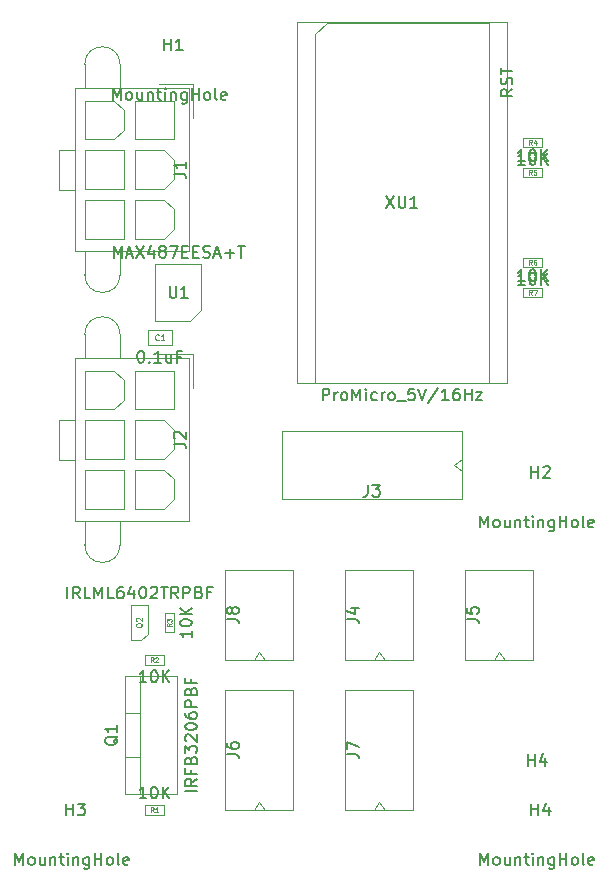
<source format=gbr>
G04 #@! TF.GenerationSoftware,KiCad,Pcbnew,(5.1.9)-1*
G04 #@! TF.CreationDate,2022-08-11T08:00:21-06:00*
G04 #@! TF.ProjectId,ddi_ampcd_controller,6464695f-616d-4706-9364-5f636f6e7472,1*
G04 #@! TF.SameCoordinates,Original*
G04 #@! TF.FileFunction,Other,Fab,Top*
%FSLAX46Y46*%
G04 Gerber Fmt 4.6, Leading zero omitted, Abs format (unit mm)*
G04 Created by KiCad (PCBNEW (5.1.9)-1) date 2022-08-11 08:00:21*
%MOMM*%
%LPD*%
G01*
G04 APERTURE LIST*
%ADD10C,0.100000*%
%ADD11C,0.150000*%
%ADD12C,0.080000*%
%ADD13C,0.060000*%
%ADD14C,0.075000*%
G04 APERTURE END LIST*
D10*
X170815000Y-55185000D02*
X153035000Y-55185000D01*
X170815000Y-85785000D02*
X170815000Y-55185000D01*
X153035000Y-85785000D02*
X170815000Y-85785000D01*
X153035000Y-55185000D02*
X153035000Y-85785000D01*
X154560000Y-56245000D02*
X155560000Y-55245000D01*
X154560000Y-85725000D02*
X154560000Y-56245000D01*
X169290000Y-85725000D02*
X154560000Y-85725000D01*
X169290000Y-55245000D02*
X169290000Y-85725000D01*
X155560000Y-55245000D02*
X169290000Y-55245000D01*
X144952000Y-79580000D02*
X143977000Y-80555000D01*
X144952000Y-75655000D02*
X144952000Y-79580000D01*
X141052000Y-75655000D02*
X144952000Y-75655000D01*
X141052000Y-80555000D02*
X141052000Y-75655000D01*
X143977000Y-80555000D02*
X141052000Y-80555000D01*
X144205000Y-83310000D02*
X141355000Y-83310000D01*
X144205000Y-86160000D02*
X144205000Y-83310000D01*
X139305000Y-96410000D02*
X139305000Y-93110000D01*
X141780000Y-96410000D02*
X139305000Y-96410000D01*
X142605000Y-95585000D02*
X141780000Y-96410000D01*
X142605000Y-93935000D02*
X142605000Y-95585000D01*
X141780000Y-93110000D02*
X142605000Y-93935000D01*
X139305000Y-93110000D02*
X141780000Y-93110000D01*
X138405000Y-96410000D02*
X138405000Y-93110000D01*
X135105000Y-96410000D02*
X138405000Y-96410000D01*
X135105000Y-93110000D02*
X135105000Y-96410000D01*
X138405000Y-93110000D02*
X135105000Y-93110000D01*
X139305000Y-92210000D02*
X139305000Y-88910000D01*
X141780000Y-92210000D02*
X139305000Y-92210000D01*
X142605000Y-91385000D02*
X141780000Y-92210000D01*
X142605000Y-89735000D02*
X142605000Y-91385000D01*
X141780000Y-88910000D02*
X142605000Y-89735000D01*
X139305000Y-88910000D02*
X141780000Y-88910000D01*
X138405000Y-92210000D02*
X138405000Y-88910000D01*
X135105000Y-92210000D02*
X138405000Y-92210000D01*
X135105000Y-88910000D02*
X135105000Y-92210000D01*
X138405000Y-88910000D02*
X135105000Y-88910000D01*
X135105000Y-88010000D02*
X135105000Y-84710000D01*
X137580000Y-88010000D02*
X135105000Y-88010000D01*
X138405000Y-87185000D02*
X137580000Y-88010000D01*
X138405000Y-85535000D02*
X138405000Y-87185000D01*
X137580000Y-84710000D02*
X138405000Y-85535000D01*
X135105000Y-84710000D02*
X137580000Y-84710000D01*
X142605000Y-88010000D02*
X142605000Y-84710000D01*
X139305000Y-88010000D02*
X142605000Y-88010000D01*
X139305000Y-84710000D02*
X139305000Y-88010000D01*
X142605000Y-84710000D02*
X139305000Y-84710000D01*
X132855000Y-92260000D02*
X134255000Y-92260000D01*
X132855000Y-88860000D02*
X132855000Y-92260000D01*
X134255000Y-88860000D02*
X132855000Y-88860000D01*
X143855000Y-97460000D02*
X143855000Y-83660000D01*
X134255000Y-97460000D02*
X143855000Y-97460000D01*
X134255000Y-83660000D02*
X134255000Y-97460000D01*
X143855000Y-83660000D02*
X134255000Y-83660000D01*
X135065000Y-99460000D02*
X135065000Y-97460000D01*
X138065000Y-99460000D02*
X138065000Y-97460000D01*
X135065000Y-81660000D02*
X135065000Y-83660000D01*
X138065000Y-81660000D02*
X138065000Y-83660000D01*
X135065000Y-99460000D02*
G75*
G03*
X138065000Y-99460000I1500000J0D01*
G01*
X138065000Y-81660000D02*
G75*
G03*
X135065000Y-81660000I-1500000J0D01*
G01*
X144205000Y-60450000D02*
X141355000Y-60450000D01*
X144205000Y-63300000D02*
X144205000Y-60450000D01*
X139305000Y-73550000D02*
X139305000Y-70250000D01*
X141780000Y-73550000D02*
X139305000Y-73550000D01*
X142605000Y-72725000D02*
X141780000Y-73550000D01*
X142605000Y-71075000D02*
X142605000Y-72725000D01*
X141780000Y-70250000D02*
X142605000Y-71075000D01*
X139305000Y-70250000D02*
X141780000Y-70250000D01*
X138405000Y-73550000D02*
X138405000Y-70250000D01*
X135105000Y-73550000D02*
X138405000Y-73550000D01*
X135105000Y-70250000D02*
X135105000Y-73550000D01*
X138405000Y-70250000D02*
X135105000Y-70250000D01*
X139305000Y-69350000D02*
X139305000Y-66050000D01*
X141780000Y-69350000D02*
X139305000Y-69350000D01*
X142605000Y-68525000D02*
X141780000Y-69350000D01*
X142605000Y-66875000D02*
X142605000Y-68525000D01*
X141780000Y-66050000D02*
X142605000Y-66875000D01*
X139305000Y-66050000D02*
X141780000Y-66050000D01*
X138405000Y-69350000D02*
X138405000Y-66050000D01*
X135105000Y-69350000D02*
X138405000Y-69350000D01*
X135105000Y-66050000D02*
X135105000Y-69350000D01*
X138405000Y-66050000D02*
X135105000Y-66050000D01*
X135105000Y-65150000D02*
X135105000Y-61850000D01*
X137580000Y-65150000D02*
X135105000Y-65150000D01*
X138405000Y-64325000D02*
X137580000Y-65150000D01*
X138405000Y-62675000D02*
X138405000Y-64325000D01*
X137580000Y-61850000D02*
X138405000Y-62675000D01*
X135105000Y-61850000D02*
X137580000Y-61850000D01*
X142605000Y-65150000D02*
X142605000Y-61850000D01*
X139305000Y-65150000D02*
X142605000Y-65150000D01*
X139305000Y-61850000D02*
X139305000Y-65150000D01*
X142605000Y-61850000D02*
X139305000Y-61850000D01*
X132855000Y-69400000D02*
X134255000Y-69400000D01*
X132855000Y-66000000D02*
X132855000Y-69400000D01*
X134255000Y-66000000D02*
X132855000Y-66000000D01*
X143855000Y-74600000D02*
X143855000Y-60800000D01*
X134255000Y-74600000D02*
X143855000Y-74600000D01*
X134255000Y-60800000D02*
X134255000Y-74600000D01*
X143855000Y-60800000D02*
X134255000Y-60800000D01*
X135065000Y-76600000D02*
X135065000Y-74600000D01*
X138065000Y-76600000D02*
X138065000Y-74600000D01*
X135065000Y-58800000D02*
X135065000Y-60800000D01*
X138065000Y-58800000D02*
X138065000Y-60800000D01*
X135065000Y-76600000D02*
G75*
G03*
X138065000Y-76600000I1500000J0D01*
G01*
X138065000Y-58800000D02*
G75*
G03*
X135065000Y-58800000I-1500000J0D01*
G01*
X142417000Y-82540000D02*
X140417000Y-82540000D01*
X142417000Y-81290000D02*
X142417000Y-82540000D01*
X140417000Y-81290000D02*
X142417000Y-81290000D01*
X140417000Y-82540000D02*
X140417000Y-81290000D01*
X146940000Y-109220000D02*
X152740000Y-109220000D01*
X152740000Y-109220000D02*
X152740000Y-101600000D01*
X152740000Y-101600000D02*
X146940000Y-101600000D01*
X146940000Y-101600000D02*
X146940000Y-109220000D01*
X149360000Y-109220000D02*
X149860000Y-108512893D01*
X149860000Y-108512893D02*
X150360000Y-109220000D01*
X157100000Y-121920000D02*
X162900000Y-121920000D01*
X162900000Y-121920000D02*
X162900000Y-111760000D01*
X162900000Y-111760000D02*
X157100000Y-111760000D01*
X157100000Y-111760000D02*
X157100000Y-121920000D01*
X159520000Y-121920000D02*
X160020000Y-121212893D01*
X160020000Y-121212893D02*
X160520000Y-121920000D01*
X146940000Y-121920000D02*
X152740000Y-121920000D01*
X152740000Y-121920000D02*
X152740000Y-111760000D01*
X152740000Y-111760000D02*
X146940000Y-111760000D01*
X146940000Y-111760000D02*
X146940000Y-121920000D01*
X149360000Y-121920000D02*
X149860000Y-121212893D01*
X149860000Y-121212893D02*
X150360000Y-121920000D01*
X138455000Y-120570000D02*
X142855000Y-120570000D01*
X142855000Y-120570000D02*
X142855000Y-110570000D01*
X142855000Y-110570000D02*
X138455000Y-110570000D01*
X138455000Y-110570000D02*
X138455000Y-120570000D01*
X139725000Y-120570000D02*
X139725000Y-110570000D01*
X138455000Y-117420000D02*
X139725000Y-117420000D01*
X138455000Y-113720000D02*
X139725000Y-113720000D01*
X172197500Y-67532500D02*
X173797500Y-67532500D01*
X172197500Y-68357500D02*
X172197500Y-67532500D01*
X173797500Y-68357500D02*
X172197500Y-68357500D01*
X173797500Y-67532500D02*
X173797500Y-68357500D01*
X142652500Y-106845000D02*
X141827500Y-106845000D01*
X141827500Y-106845000D02*
X141827500Y-105245000D01*
X141827500Y-105245000D02*
X142652500Y-105245000D01*
X142652500Y-105245000D02*
X142652500Y-106845000D01*
X140170000Y-109632500D02*
X140170000Y-108807500D01*
X140170000Y-108807500D02*
X141770000Y-108807500D01*
X141770000Y-108807500D02*
X141770000Y-109632500D01*
X141770000Y-109632500D02*
X140170000Y-109632500D01*
X141770000Y-121507500D02*
X141770000Y-122332500D01*
X141770000Y-122332500D02*
X140170000Y-122332500D01*
X140170000Y-122332500D02*
X140170000Y-121507500D01*
X140170000Y-121507500D02*
X141770000Y-121507500D01*
X140400000Y-106995000D02*
X140400000Y-104545000D01*
X139850000Y-107565000D02*
X139000000Y-107565000D01*
X140400000Y-106995000D02*
X139850000Y-107565000D01*
X139000000Y-107565000D02*
X139000000Y-104525000D01*
X140400000Y-104525000D02*
X139000000Y-104525000D01*
X172197500Y-77692500D02*
X173797500Y-77692500D01*
X172197500Y-78517500D02*
X172197500Y-77692500D01*
X173797500Y-78517500D02*
X172197500Y-78517500D01*
X173797500Y-77692500D02*
X173797500Y-78517500D01*
X173797500Y-75977500D02*
X172197500Y-75977500D01*
X173797500Y-75152500D02*
X173797500Y-75977500D01*
X172197500Y-75152500D02*
X173797500Y-75152500D01*
X172197500Y-75977500D02*
X172197500Y-75152500D01*
X173797500Y-65817500D02*
X172197500Y-65817500D01*
X173797500Y-64992500D02*
X173797500Y-65817500D01*
X172197500Y-64992500D02*
X173797500Y-64992500D01*
X172197500Y-65817500D02*
X172197500Y-64992500D01*
X170180000Y-108512893D02*
X170680000Y-109220000D01*
X169680000Y-109220000D02*
X170180000Y-108512893D01*
X167260000Y-101600000D02*
X167260000Y-109220000D01*
X173060000Y-101600000D02*
X167260000Y-101600000D01*
X173060000Y-109220000D02*
X173060000Y-101600000D01*
X167260000Y-109220000D02*
X173060000Y-109220000D01*
X160020000Y-108512893D02*
X160520000Y-109220000D01*
X159520000Y-109220000D02*
X160020000Y-108512893D01*
X157100000Y-101600000D02*
X157100000Y-109220000D01*
X162900000Y-101600000D02*
X157100000Y-101600000D01*
X162900000Y-109220000D02*
X162900000Y-101600000D01*
X157100000Y-109220000D02*
X162900000Y-109220000D01*
X166297893Y-92710000D02*
X167005000Y-92210000D01*
X167005000Y-93210000D02*
X166297893Y-92710000D01*
X151765000Y-95630000D02*
X167005000Y-95630000D01*
X151765000Y-89830000D02*
X151765000Y-95630000D01*
X167005000Y-89830000D02*
X151765000Y-89830000D01*
X167005000Y-95630000D02*
X167005000Y-89830000D01*
D11*
X172593095Y-118172380D02*
X172593095Y-117172380D01*
X172593095Y-117648571D02*
X173164523Y-117648571D01*
X173164523Y-118172380D02*
X173164523Y-117172380D01*
X174069285Y-117505714D02*
X174069285Y-118172380D01*
X173831190Y-117124761D02*
X173593095Y-117839047D01*
X174212142Y-117839047D01*
X168569285Y-126572380D02*
X168569285Y-125572380D01*
X168902619Y-126286666D01*
X169235952Y-125572380D01*
X169235952Y-126572380D01*
X169855000Y-126572380D02*
X169759761Y-126524761D01*
X169712142Y-126477142D01*
X169664523Y-126381904D01*
X169664523Y-126096190D01*
X169712142Y-126000952D01*
X169759761Y-125953333D01*
X169855000Y-125905714D01*
X169997857Y-125905714D01*
X170093095Y-125953333D01*
X170140714Y-126000952D01*
X170188333Y-126096190D01*
X170188333Y-126381904D01*
X170140714Y-126477142D01*
X170093095Y-126524761D01*
X169997857Y-126572380D01*
X169855000Y-126572380D01*
X171045476Y-125905714D02*
X171045476Y-126572380D01*
X170616904Y-125905714D02*
X170616904Y-126429523D01*
X170664523Y-126524761D01*
X170759761Y-126572380D01*
X170902619Y-126572380D01*
X170997857Y-126524761D01*
X171045476Y-126477142D01*
X171521666Y-125905714D02*
X171521666Y-126572380D01*
X171521666Y-126000952D02*
X171569285Y-125953333D01*
X171664523Y-125905714D01*
X171807380Y-125905714D01*
X171902619Y-125953333D01*
X171950238Y-126048571D01*
X171950238Y-126572380D01*
X172283571Y-125905714D02*
X172664523Y-125905714D01*
X172426428Y-125572380D02*
X172426428Y-126429523D01*
X172474047Y-126524761D01*
X172569285Y-126572380D01*
X172664523Y-126572380D01*
X172997857Y-126572380D02*
X172997857Y-125905714D01*
X172997857Y-125572380D02*
X172950238Y-125620000D01*
X172997857Y-125667619D01*
X173045476Y-125620000D01*
X172997857Y-125572380D01*
X172997857Y-125667619D01*
X173474047Y-125905714D02*
X173474047Y-126572380D01*
X173474047Y-126000952D02*
X173521666Y-125953333D01*
X173616904Y-125905714D01*
X173759761Y-125905714D01*
X173855000Y-125953333D01*
X173902619Y-126048571D01*
X173902619Y-126572380D01*
X174807380Y-125905714D02*
X174807380Y-126715238D01*
X174759761Y-126810476D01*
X174712142Y-126858095D01*
X174616904Y-126905714D01*
X174474047Y-126905714D01*
X174378809Y-126858095D01*
X174807380Y-126524761D02*
X174712142Y-126572380D01*
X174521666Y-126572380D01*
X174426428Y-126524761D01*
X174378809Y-126477142D01*
X174331190Y-126381904D01*
X174331190Y-126096190D01*
X174378809Y-126000952D01*
X174426428Y-125953333D01*
X174521666Y-125905714D01*
X174712142Y-125905714D01*
X174807380Y-125953333D01*
X175283571Y-126572380D02*
X175283571Y-125572380D01*
X175283571Y-126048571D02*
X175855000Y-126048571D01*
X175855000Y-126572380D02*
X175855000Y-125572380D01*
X176474047Y-126572380D02*
X176378809Y-126524761D01*
X176331190Y-126477142D01*
X176283571Y-126381904D01*
X176283571Y-126096190D01*
X176331190Y-126000952D01*
X176378809Y-125953333D01*
X176474047Y-125905714D01*
X176616904Y-125905714D01*
X176712142Y-125953333D01*
X176759761Y-126000952D01*
X176807380Y-126096190D01*
X176807380Y-126381904D01*
X176759761Y-126477142D01*
X176712142Y-126524761D01*
X176616904Y-126572380D01*
X176474047Y-126572380D01*
X177378809Y-126572380D02*
X177283571Y-126524761D01*
X177235952Y-126429523D01*
X177235952Y-125572380D01*
X178140714Y-126524761D02*
X178045476Y-126572380D01*
X177855000Y-126572380D01*
X177759761Y-126524761D01*
X177712142Y-126429523D01*
X177712142Y-126048571D01*
X177759761Y-125953333D01*
X177855000Y-125905714D01*
X178045476Y-125905714D01*
X178140714Y-125953333D01*
X178188333Y-126048571D01*
X178188333Y-126143809D01*
X177712142Y-126239047D01*
X172893095Y-122372380D02*
X172893095Y-121372380D01*
X172893095Y-121848571D02*
X173464523Y-121848571D01*
X173464523Y-122372380D02*
X173464523Y-121372380D01*
X174369285Y-121705714D02*
X174369285Y-122372380D01*
X174131190Y-121324761D02*
X173893095Y-122039047D01*
X174512142Y-122039047D01*
X155210714Y-87237380D02*
X155210714Y-86237380D01*
X155591666Y-86237380D01*
X155686904Y-86285000D01*
X155734523Y-86332619D01*
X155782142Y-86427857D01*
X155782142Y-86570714D01*
X155734523Y-86665952D01*
X155686904Y-86713571D01*
X155591666Y-86761190D01*
X155210714Y-86761190D01*
X156210714Y-87237380D02*
X156210714Y-86570714D01*
X156210714Y-86761190D02*
X156258333Y-86665952D01*
X156305952Y-86618333D01*
X156401190Y-86570714D01*
X156496428Y-86570714D01*
X156972619Y-87237380D02*
X156877380Y-87189761D01*
X156829761Y-87142142D01*
X156782142Y-87046904D01*
X156782142Y-86761190D01*
X156829761Y-86665952D01*
X156877380Y-86618333D01*
X156972619Y-86570714D01*
X157115476Y-86570714D01*
X157210714Y-86618333D01*
X157258333Y-86665952D01*
X157305952Y-86761190D01*
X157305952Y-87046904D01*
X157258333Y-87142142D01*
X157210714Y-87189761D01*
X157115476Y-87237380D01*
X156972619Y-87237380D01*
X157734523Y-87237380D02*
X157734523Y-86237380D01*
X158067857Y-86951666D01*
X158401190Y-86237380D01*
X158401190Y-87237380D01*
X158877380Y-87237380D02*
X158877380Y-86570714D01*
X158877380Y-86237380D02*
X158829761Y-86285000D01*
X158877380Y-86332619D01*
X158925000Y-86285000D01*
X158877380Y-86237380D01*
X158877380Y-86332619D01*
X159782142Y-87189761D02*
X159686904Y-87237380D01*
X159496428Y-87237380D01*
X159401190Y-87189761D01*
X159353571Y-87142142D01*
X159305952Y-87046904D01*
X159305952Y-86761190D01*
X159353571Y-86665952D01*
X159401190Y-86618333D01*
X159496428Y-86570714D01*
X159686904Y-86570714D01*
X159782142Y-86618333D01*
X160210714Y-87237380D02*
X160210714Y-86570714D01*
X160210714Y-86761190D02*
X160258333Y-86665952D01*
X160305952Y-86618333D01*
X160401190Y-86570714D01*
X160496428Y-86570714D01*
X160972619Y-87237380D02*
X160877380Y-87189761D01*
X160829761Y-87142142D01*
X160782142Y-87046904D01*
X160782142Y-86761190D01*
X160829761Y-86665952D01*
X160877380Y-86618333D01*
X160972619Y-86570714D01*
X161115476Y-86570714D01*
X161210714Y-86618333D01*
X161258333Y-86665952D01*
X161305952Y-86761190D01*
X161305952Y-87046904D01*
X161258333Y-87142142D01*
X161210714Y-87189761D01*
X161115476Y-87237380D01*
X160972619Y-87237380D01*
X161496428Y-87332619D02*
X162258333Y-87332619D01*
X162972619Y-86237380D02*
X162496428Y-86237380D01*
X162448809Y-86713571D01*
X162496428Y-86665952D01*
X162591666Y-86618333D01*
X162829761Y-86618333D01*
X162925000Y-86665952D01*
X162972619Y-86713571D01*
X163020238Y-86808809D01*
X163020238Y-87046904D01*
X162972619Y-87142142D01*
X162925000Y-87189761D01*
X162829761Y-87237380D01*
X162591666Y-87237380D01*
X162496428Y-87189761D01*
X162448809Y-87142142D01*
X163305952Y-86237380D02*
X163639285Y-87237380D01*
X163972619Y-86237380D01*
X165020238Y-86189761D02*
X164163095Y-87475476D01*
X165877380Y-87237380D02*
X165305952Y-87237380D01*
X165591666Y-87237380D02*
X165591666Y-86237380D01*
X165496428Y-86380238D01*
X165401190Y-86475476D01*
X165305952Y-86523095D01*
X166734523Y-86237380D02*
X166544047Y-86237380D01*
X166448809Y-86285000D01*
X166401190Y-86332619D01*
X166305952Y-86475476D01*
X166258333Y-86665952D01*
X166258333Y-87046904D01*
X166305952Y-87142142D01*
X166353571Y-87189761D01*
X166448809Y-87237380D01*
X166639285Y-87237380D01*
X166734523Y-87189761D01*
X166782142Y-87142142D01*
X166829761Y-87046904D01*
X166829761Y-86808809D01*
X166782142Y-86713571D01*
X166734523Y-86665952D01*
X166639285Y-86618333D01*
X166448809Y-86618333D01*
X166353571Y-86665952D01*
X166305952Y-86713571D01*
X166258333Y-86808809D01*
X167258333Y-87237380D02*
X167258333Y-86237380D01*
X167258333Y-86713571D02*
X167829761Y-86713571D01*
X167829761Y-87237380D02*
X167829761Y-86237380D01*
X168210714Y-86570714D02*
X168734523Y-86570714D01*
X168210714Y-87237380D01*
X168734523Y-87237380D01*
X160591666Y-69937380D02*
X161258333Y-70937380D01*
X161258333Y-69937380D02*
X160591666Y-70937380D01*
X161639285Y-69937380D02*
X161639285Y-70746904D01*
X161686904Y-70842142D01*
X161734523Y-70889761D01*
X161829761Y-70937380D01*
X162020238Y-70937380D01*
X162115476Y-70889761D01*
X162163095Y-70842142D01*
X162210714Y-70746904D01*
X162210714Y-69937380D01*
X163210714Y-70937380D02*
X162639285Y-70937380D01*
X162925000Y-70937380D02*
X162925000Y-69937380D01*
X162829761Y-70080238D01*
X162734523Y-70175476D01*
X162639285Y-70223095D01*
X137525809Y-75157380D02*
X137525809Y-74157380D01*
X137859142Y-74871666D01*
X138192476Y-74157380D01*
X138192476Y-75157380D01*
X138621047Y-74871666D02*
X139097238Y-74871666D01*
X138525809Y-75157380D02*
X138859142Y-74157380D01*
X139192476Y-75157380D01*
X139430571Y-74157380D02*
X140097238Y-75157380D01*
X140097238Y-74157380D02*
X139430571Y-75157380D01*
X140906761Y-74490714D02*
X140906761Y-75157380D01*
X140668666Y-74109761D02*
X140430571Y-74824047D01*
X141049619Y-74824047D01*
X141573428Y-74585952D02*
X141478190Y-74538333D01*
X141430571Y-74490714D01*
X141382952Y-74395476D01*
X141382952Y-74347857D01*
X141430571Y-74252619D01*
X141478190Y-74205000D01*
X141573428Y-74157380D01*
X141763904Y-74157380D01*
X141859142Y-74205000D01*
X141906761Y-74252619D01*
X141954380Y-74347857D01*
X141954380Y-74395476D01*
X141906761Y-74490714D01*
X141859142Y-74538333D01*
X141763904Y-74585952D01*
X141573428Y-74585952D01*
X141478190Y-74633571D01*
X141430571Y-74681190D01*
X141382952Y-74776428D01*
X141382952Y-74966904D01*
X141430571Y-75062142D01*
X141478190Y-75109761D01*
X141573428Y-75157380D01*
X141763904Y-75157380D01*
X141859142Y-75109761D01*
X141906761Y-75062142D01*
X141954380Y-74966904D01*
X141954380Y-74776428D01*
X141906761Y-74681190D01*
X141859142Y-74633571D01*
X141763904Y-74585952D01*
X142287714Y-74157380D02*
X142954380Y-74157380D01*
X142525809Y-75157380D01*
X143335333Y-74633571D02*
X143668666Y-74633571D01*
X143811523Y-75157380D02*
X143335333Y-75157380D01*
X143335333Y-74157380D01*
X143811523Y-74157380D01*
X144240095Y-74633571D02*
X144573428Y-74633571D01*
X144716285Y-75157380D02*
X144240095Y-75157380D01*
X144240095Y-74157380D01*
X144716285Y-74157380D01*
X145097238Y-75109761D02*
X145240095Y-75157380D01*
X145478190Y-75157380D01*
X145573428Y-75109761D01*
X145621047Y-75062142D01*
X145668666Y-74966904D01*
X145668666Y-74871666D01*
X145621047Y-74776428D01*
X145573428Y-74728809D01*
X145478190Y-74681190D01*
X145287714Y-74633571D01*
X145192476Y-74585952D01*
X145144857Y-74538333D01*
X145097238Y-74443095D01*
X145097238Y-74347857D01*
X145144857Y-74252619D01*
X145192476Y-74205000D01*
X145287714Y-74157380D01*
X145525809Y-74157380D01*
X145668666Y-74205000D01*
X146049619Y-74871666D02*
X146525809Y-74871666D01*
X145954380Y-75157380D02*
X146287714Y-74157380D01*
X146621047Y-75157380D01*
X146954380Y-74776428D02*
X147716285Y-74776428D01*
X147335333Y-75157380D02*
X147335333Y-74395476D01*
X148049619Y-74157380D02*
X148621047Y-74157380D01*
X148335333Y-75157380D02*
X148335333Y-74157380D01*
X142255333Y-77568333D02*
X142255333Y-78361666D01*
X142302000Y-78455000D01*
X142348666Y-78501666D01*
X142442000Y-78548333D01*
X142628666Y-78548333D01*
X142722000Y-78501666D01*
X142768666Y-78455000D01*
X142815333Y-78361666D01*
X142815333Y-77568333D01*
X143795333Y-78548333D02*
X143235333Y-78548333D01*
X143515333Y-78548333D02*
X143515333Y-77568333D01*
X143422000Y-77708333D01*
X143328666Y-77801666D01*
X143235333Y-77848333D01*
X171272380Y-60872619D02*
X170796190Y-61205952D01*
X171272380Y-61444047D02*
X170272380Y-61444047D01*
X170272380Y-61063095D01*
X170320000Y-60967857D01*
X170367619Y-60920238D01*
X170462857Y-60872619D01*
X170605714Y-60872619D01*
X170700952Y-60920238D01*
X170748571Y-60967857D01*
X170796190Y-61063095D01*
X170796190Y-61444047D01*
X171224761Y-60491666D02*
X171272380Y-60348809D01*
X171272380Y-60110714D01*
X171224761Y-60015476D01*
X171177142Y-59967857D01*
X171081904Y-59920238D01*
X170986666Y-59920238D01*
X170891428Y-59967857D01*
X170843809Y-60015476D01*
X170796190Y-60110714D01*
X170748571Y-60301190D01*
X170700952Y-60396428D01*
X170653333Y-60444047D01*
X170558095Y-60491666D01*
X170462857Y-60491666D01*
X170367619Y-60444047D01*
X170320000Y-60396428D01*
X170272380Y-60301190D01*
X170272380Y-60063095D01*
X170320000Y-59920238D01*
X170272380Y-59634523D02*
X170272380Y-59063095D01*
X171272380Y-59348809D02*
X170272380Y-59348809D01*
X142607380Y-90893333D02*
X143321666Y-90893333D01*
X143464523Y-90940952D01*
X143559761Y-91036190D01*
X143607380Y-91179047D01*
X143607380Y-91274285D01*
X142702619Y-90464761D02*
X142655000Y-90417142D01*
X142607380Y-90321904D01*
X142607380Y-90083809D01*
X142655000Y-89988571D01*
X142702619Y-89940952D01*
X142797857Y-89893333D01*
X142893095Y-89893333D01*
X143035952Y-89940952D01*
X143607380Y-90512380D01*
X143607380Y-89893333D01*
X142607380Y-68033333D02*
X143321666Y-68033333D01*
X143464523Y-68080952D01*
X143559761Y-68176190D01*
X143607380Y-68319047D01*
X143607380Y-68414285D01*
X143607380Y-67033333D02*
X143607380Y-67604761D01*
X143607380Y-67319047D02*
X142607380Y-67319047D01*
X142750238Y-67414285D01*
X142845476Y-67509523D01*
X142893095Y-67604761D01*
X129199285Y-126572380D02*
X129199285Y-125572380D01*
X129532619Y-126286666D01*
X129865952Y-125572380D01*
X129865952Y-126572380D01*
X130485000Y-126572380D02*
X130389761Y-126524761D01*
X130342142Y-126477142D01*
X130294523Y-126381904D01*
X130294523Y-126096190D01*
X130342142Y-126000952D01*
X130389761Y-125953333D01*
X130485000Y-125905714D01*
X130627857Y-125905714D01*
X130723095Y-125953333D01*
X130770714Y-126000952D01*
X130818333Y-126096190D01*
X130818333Y-126381904D01*
X130770714Y-126477142D01*
X130723095Y-126524761D01*
X130627857Y-126572380D01*
X130485000Y-126572380D01*
X131675476Y-125905714D02*
X131675476Y-126572380D01*
X131246904Y-125905714D02*
X131246904Y-126429523D01*
X131294523Y-126524761D01*
X131389761Y-126572380D01*
X131532619Y-126572380D01*
X131627857Y-126524761D01*
X131675476Y-126477142D01*
X132151666Y-125905714D02*
X132151666Y-126572380D01*
X132151666Y-126000952D02*
X132199285Y-125953333D01*
X132294523Y-125905714D01*
X132437380Y-125905714D01*
X132532619Y-125953333D01*
X132580238Y-126048571D01*
X132580238Y-126572380D01*
X132913571Y-125905714D02*
X133294523Y-125905714D01*
X133056428Y-125572380D02*
X133056428Y-126429523D01*
X133104047Y-126524761D01*
X133199285Y-126572380D01*
X133294523Y-126572380D01*
X133627857Y-126572380D02*
X133627857Y-125905714D01*
X133627857Y-125572380D02*
X133580238Y-125620000D01*
X133627857Y-125667619D01*
X133675476Y-125620000D01*
X133627857Y-125572380D01*
X133627857Y-125667619D01*
X134104047Y-125905714D02*
X134104047Y-126572380D01*
X134104047Y-126000952D02*
X134151666Y-125953333D01*
X134246904Y-125905714D01*
X134389761Y-125905714D01*
X134485000Y-125953333D01*
X134532619Y-126048571D01*
X134532619Y-126572380D01*
X135437380Y-125905714D02*
X135437380Y-126715238D01*
X135389761Y-126810476D01*
X135342142Y-126858095D01*
X135246904Y-126905714D01*
X135104047Y-126905714D01*
X135008809Y-126858095D01*
X135437380Y-126524761D02*
X135342142Y-126572380D01*
X135151666Y-126572380D01*
X135056428Y-126524761D01*
X135008809Y-126477142D01*
X134961190Y-126381904D01*
X134961190Y-126096190D01*
X135008809Y-126000952D01*
X135056428Y-125953333D01*
X135151666Y-125905714D01*
X135342142Y-125905714D01*
X135437380Y-125953333D01*
X135913571Y-126572380D02*
X135913571Y-125572380D01*
X135913571Y-126048571D02*
X136485000Y-126048571D01*
X136485000Y-126572380D02*
X136485000Y-125572380D01*
X137104047Y-126572380D02*
X137008809Y-126524761D01*
X136961190Y-126477142D01*
X136913571Y-126381904D01*
X136913571Y-126096190D01*
X136961190Y-126000952D01*
X137008809Y-125953333D01*
X137104047Y-125905714D01*
X137246904Y-125905714D01*
X137342142Y-125953333D01*
X137389761Y-126000952D01*
X137437380Y-126096190D01*
X137437380Y-126381904D01*
X137389761Y-126477142D01*
X137342142Y-126524761D01*
X137246904Y-126572380D01*
X137104047Y-126572380D01*
X138008809Y-126572380D02*
X137913571Y-126524761D01*
X137865952Y-126429523D01*
X137865952Y-125572380D01*
X138770714Y-126524761D02*
X138675476Y-126572380D01*
X138485000Y-126572380D01*
X138389761Y-126524761D01*
X138342142Y-126429523D01*
X138342142Y-126048571D01*
X138389761Y-125953333D01*
X138485000Y-125905714D01*
X138675476Y-125905714D01*
X138770714Y-125953333D01*
X138818333Y-126048571D01*
X138818333Y-126143809D01*
X138342142Y-126239047D01*
X133523095Y-122372380D02*
X133523095Y-121372380D01*
X133523095Y-121848571D02*
X134094523Y-121848571D01*
X134094523Y-122372380D02*
X134094523Y-121372380D01*
X134475476Y-121372380D02*
X135094523Y-121372380D01*
X134761190Y-121753333D01*
X134904047Y-121753333D01*
X134999285Y-121800952D01*
X135046904Y-121848571D01*
X135094523Y-121943809D01*
X135094523Y-122181904D01*
X135046904Y-122277142D01*
X134999285Y-122324761D01*
X134904047Y-122372380D01*
X134618333Y-122372380D01*
X134523095Y-122324761D01*
X134475476Y-122277142D01*
X168569285Y-97997380D02*
X168569285Y-96997380D01*
X168902619Y-97711666D01*
X169235952Y-96997380D01*
X169235952Y-97997380D01*
X169855000Y-97997380D02*
X169759761Y-97949761D01*
X169712142Y-97902142D01*
X169664523Y-97806904D01*
X169664523Y-97521190D01*
X169712142Y-97425952D01*
X169759761Y-97378333D01*
X169855000Y-97330714D01*
X169997857Y-97330714D01*
X170093095Y-97378333D01*
X170140714Y-97425952D01*
X170188333Y-97521190D01*
X170188333Y-97806904D01*
X170140714Y-97902142D01*
X170093095Y-97949761D01*
X169997857Y-97997380D01*
X169855000Y-97997380D01*
X171045476Y-97330714D02*
X171045476Y-97997380D01*
X170616904Y-97330714D02*
X170616904Y-97854523D01*
X170664523Y-97949761D01*
X170759761Y-97997380D01*
X170902619Y-97997380D01*
X170997857Y-97949761D01*
X171045476Y-97902142D01*
X171521666Y-97330714D02*
X171521666Y-97997380D01*
X171521666Y-97425952D02*
X171569285Y-97378333D01*
X171664523Y-97330714D01*
X171807380Y-97330714D01*
X171902619Y-97378333D01*
X171950238Y-97473571D01*
X171950238Y-97997380D01*
X172283571Y-97330714D02*
X172664523Y-97330714D01*
X172426428Y-96997380D02*
X172426428Y-97854523D01*
X172474047Y-97949761D01*
X172569285Y-97997380D01*
X172664523Y-97997380D01*
X172997857Y-97997380D02*
X172997857Y-97330714D01*
X172997857Y-96997380D02*
X172950238Y-97045000D01*
X172997857Y-97092619D01*
X173045476Y-97045000D01*
X172997857Y-96997380D01*
X172997857Y-97092619D01*
X173474047Y-97330714D02*
X173474047Y-97997380D01*
X173474047Y-97425952D02*
X173521666Y-97378333D01*
X173616904Y-97330714D01*
X173759761Y-97330714D01*
X173855000Y-97378333D01*
X173902619Y-97473571D01*
X173902619Y-97997380D01*
X174807380Y-97330714D02*
X174807380Y-98140238D01*
X174759761Y-98235476D01*
X174712142Y-98283095D01*
X174616904Y-98330714D01*
X174474047Y-98330714D01*
X174378809Y-98283095D01*
X174807380Y-97949761D02*
X174712142Y-97997380D01*
X174521666Y-97997380D01*
X174426428Y-97949761D01*
X174378809Y-97902142D01*
X174331190Y-97806904D01*
X174331190Y-97521190D01*
X174378809Y-97425952D01*
X174426428Y-97378333D01*
X174521666Y-97330714D01*
X174712142Y-97330714D01*
X174807380Y-97378333D01*
X175283571Y-97997380D02*
X175283571Y-96997380D01*
X175283571Y-97473571D02*
X175855000Y-97473571D01*
X175855000Y-97997380D02*
X175855000Y-96997380D01*
X176474047Y-97997380D02*
X176378809Y-97949761D01*
X176331190Y-97902142D01*
X176283571Y-97806904D01*
X176283571Y-97521190D01*
X176331190Y-97425952D01*
X176378809Y-97378333D01*
X176474047Y-97330714D01*
X176616904Y-97330714D01*
X176712142Y-97378333D01*
X176759761Y-97425952D01*
X176807380Y-97521190D01*
X176807380Y-97806904D01*
X176759761Y-97902142D01*
X176712142Y-97949761D01*
X176616904Y-97997380D01*
X176474047Y-97997380D01*
X177378809Y-97997380D02*
X177283571Y-97949761D01*
X177235952Y-97854523D01*
X177235952Y-96997380D01*
X178140714Y-97949761D02*
X178045476Y-97997380D01*
X177855000Y-97997380D01*
X177759761Y-97949761D01*
X177712142Y-97854523D01*
X177712142Y-97473571D01*
X177759761Y-97378333D01*
X177855000Y-97330714D01*
X178045476Y-97330714D01*
X178140714Y-97378333D01*
X178188333Y-97473571D01*
X178188333Y-97568809D01*
X177712142Y-97664047D01*
X172893095Y-93797380D02*
X172893095Y-92797380D01*
X172893095Y-93273571D02*
X173464523Y-93273571D01*
X173464523Y-93797380D02*
X173464523Y-92797380D01*
X173893095Y-92892619D02*
X173940714Y-92845000D01*
X174035952Y-92797380D01*
X174274047Y-92797380D01*
X174369285Y-92845000D01*
X174416904Y-92892619D01*
X174464523Y-92987857D01*
X174464523Y-93083095D01*
X174416904Y-93225952D01*
X173845476Y-93797380D01*
X174464523Y-93797380D01*
X137454285Y-61802380D02*
X137454285Y-60802380D01*
X137787619Y-61516666D01*
X138120952Y-60802380D01*
X138120952Y-61802380D01*
X138740000Y-61802380D02*
X138644761Y-61754761D01*
X138597142Y-61707142D01*
X138549523Y-61611904D01*
X138549523Y-61326190D01*
X138597142Y-61230952D01*
X138644761Y-61183333D01*
X138740000Y-61135714D01*
X138882857Y-61135714D01*
X138978095Y-61183333D01*
X139025714Y-61230952D01*
X139073333Y-61326190D01*
X139073333Y-61611904D01*
X139025714Y-61707142D01*
X138978095Y-61754761D01*
X138882857Y-61802380D01*
X138740000Y-61802380D01*
X139930476Y-61135714D02*
X139930476Y-61802380D01*
X139501904Y-61135714D02*
X139501904Y-61659523D01*
X139549523Y-61754761D01*
X139644761Y-61802380D01*
X139787619Y-61802380D01*
X139882857Y-61754761D01*
X139930476Y-61707142D01*
X140406666Y-61135714D02*
X140406666Y-61802380D01*
X140406666Y-61230952D02*
X140454285Y-61183333D01*
X140549523Y-61135714D01*
X140692380Y-61135714D01*
X140787619Y-61183333D01*
X140835238Y-61278571D01*
X140835238Y-61802380D01*
X141168571Y-61135714D02*
X141549523Y-61135714D01*
X141311428Y-60802380D02*
X141311428Y-61659523D01*
X141359047Y-61754761D01*
X141454285Y-61802380D01*
X141549523Y-61802380D01*
X141882857Y-61802380D02*
X141882857Y-61135714D01*
X141882857Y-60802380D02*
X141835238Y-60850000D01*
X141882857Y-60897619D01*
X141930476Y-60850000D01*
X141882857Y-60802380D01*
X141882857Y-60897619D01*
X142359047Y-61135714D02*
X142359047Y-61802380D01*
X142359047Y-61230952D02*
X142406666Y-61183333D01*
X142501904Y-61135714D01*
X142644761Y-61135714D01*
X142740000Y-61183333D01*
X142787619Y-61278571D01*
X142787619Y-61802380D01*
X143692380Y-61135714D02*
X143692380Y-61945238D01*
X143644761Y-62040476D01*
X143597142Y-62088095D01*
X143501904Y-62135714D01*
X143359047Y-62135714D01*
X143263809Y-62088095D01*
X143692380Y-61754761D02*
X143597142Y-61802380D01*
X143406666Y-61802380D01*
X143311428Y-61754761D01*
X143263809Y-61707142D01*
X143216190Y-61611904D01*
X143216190Y-61326190D01*
X143263809Y-61230952D01*
X143311428Y-61183333D01*
X143406666Y-61135714D01*
X143597142Y-61135714D01*
X143692380Y-61183333D01*
X144168571Y-61802380D02*
X144168571Y-60802380D01*
X144168571Y-61278571D02*
X144740000Y-61278571D01*
X144740000Y-61802380D02*
X144740000Y-60802380D01*
X145359047Y-61802380D02*
X145263809Y-61754761D01*
X145216190Y-61707142D01*
X145168571Y-61611904D01*
X145168571Y-61326190D01*
X145216190Y-61230952D01*
X145263809Y-61183333D01*
X145359047Y-61135714D01*
X145501904Y-61135714D01*
X145597142Y-61183333D01*
X145644761Y-61230952D01*
X145692380Y-61326190D01*
X145692380Y-61611904D01*
X145644761Y-61707142D01*
X145597142Y-61754761D01*
X145501904Y-61802380D01*
X145359047Y-61802380D01*
X146263809Y-61802380D02*
X146168571Y-61754761D01*
X146120952Y-61659523D01*
X146120952Y-60802380D01*
X147025714Y-61754761D02*
X146930476Y-61802380D01*
X146740000Y-61802380D01*
X146644761Y-61754761D01*
X146597142Y-61659523D01*
X146597142Y-61278571D01*
X146644761Y-61183333D01*
X146740000Y-61135714D01*
X146930476Y-61135714D01*
X147025714Y-61183333D01*
X147073333Y-61278571D01*
X147073333Y-61373809D01*
X146597142Y-61469047D01*
X141778095Y-57602380D02*
X141778095Y-56602380D01*
X141778095Y-57078571D02*
X142349523Y-57078571D01*
X142349523Y-57602380D02*
X142349523Y-56602380D01*
X143349523Y-57602380D02*
X142778095Y-57602380D01*
X143063809Y-57602380D02*
X143063809Y-56602380D01*
X142968571Y-56745238D01*
X142873333Y-56840476D01*
X142778095Y-56888095D01*
X139774142Y-83047380D02*
X139869380Y-83047380D01*
X139964619Y-83095000D01*
X140012238Y-83142619D01*
X140059857Y-83237857D01*
X140107476Y-83428333D01*
X140107476Y-83666428D01*
X140059857Y-83856904D01*
X140012238Y-83952142D01*
X139964619Y-83999761D01*
X139869380Y-84047380D01*
X139774142Y-84047380D01*
X139678904Y-83999761D01*
X139631285Y-83952142D01*
X139583666Y-83856904D01*
X139536047Y-83666428D01*
X139536047Y-83428333D01*
X139583666Y-83237857D01*
X139631285Y-83142619D01*
X139678904Y-83095000D01*
X139774142Y-83047380D01*
X140536047Y-83952142D02*
X140583666Y-83999761D01*
X140536047Y-84047380D01*
X140488428Y-83999761D01*
X140536047Y-83952142D01*
X140536047Y-84047380D01*
X141536047Y-84047380D02*
X140964619Y-84047380D01*
X141250333Y-84047380D02*
X141250333Y-83047380D01*
X141155095Y-83190238D01*
X141059857Y-83285476D01*
X140964619Y-83333095D01*
X142393190Y-83380714D02*
X142393190Y-84047380D01*
X141964619Y-83380714D02*
X141964619Y-83904523D01*
X142012238Y-83999761D01*
X142107476Y-84047380D01*
X142250333Y-84047380D01*
X142345571Y-83999761D01*
X142393190Y-83952142D01*
X143202714Y-83523571D02*
X142869380Y-83523571D01*
X142869380Y-84047380D02*
X142869380Y-83047380D01*
X143345571Y-83047380D01*
D12*
X141333666Y-82093571D02*
X141309857Y-82117380D01*
X141238428Y-82141190D01*
X141190809Y-82141190D01*
X141119380Y-82117380D01*
X141071761Y-82069761D01*
X141047952Y-82022142D01*
X141024142Y-81926904D01*
X141024142Y-81855476D01*
X141047952Y-81760238D01*
X141071761Y-81712619D01*
X141119380Y-81665000D01*
X141190809Y-81641190D01*
X141238428Y-81641190D01*
X141309857Y-81665000D01*
X141333666Y-81688809D01*
X141809857Y-82141190D02*
X141524142Y-82141190D01*
X141667000Y-82141190D02*
X141667000Y-81641190D01*
X141619380Y-81712619D01*
X141571761Y-81760238D01*
X141524142Y-81784047D01*
D11*
X147092380Y-105743333D02*
X147806666Y-105743333D01*
X147949523Y-105790952D01*
X148044761Y-105886190D01*
X148092380Y-106029047D01*
X148092380Y-106124285D01*
X147520952Y-105124285D02*
X147473333Y-105219523D01*
X147425714Y-105267142D01*
X147330476Y-105314761D01*
X147282857Y-105314761D01*
X147187619Y-105267142D01*
X147140000Y-105219523D01*
X147092380Y-105124285D01*
X147092380Y-104933809D01*
X147140000Y-104838571D01*
X147187619Y-104790952D01*
X147282857Y-104743333D01*
X147330476Y-104743333D01*
X147425714Y-104790952D01*
X147473333Y-104838571D01*
X147520952Y-104933809D01*
X147520952Y-105124285D01*
X147568571Y-105219523D01*
X147616190Y-105267142D01*
X147711428Y-105314761D01*
X147901904Y-105314761D01*
X147997142Y-105267142D01*
X148044761Y-105219523D01*
X148092380Y-105124285D01*
X148092380Y-104933809D01*
X148044761Y-104838571D01*
X147997142Y-104790952D01*
X147901904Y-104743333D01*
X147711428Y-104743333D01*
X147616190Y-104790952D01*
X147568571Y-104838571D01*
X147520952Y-104933809D01*
X157252380Y-117173333D02*
X157966666Y-117173333D01*
X158109523Y-117220952D01*
X158204761Y-117316190D01*
X158252380Y-117459047D01*
X158252380Y-117554285D01*
X157252380Y-116792380D02*
X157252380Y-116125714D01*
X158252380Y-116554285D01*
X147092380Y-117173333D02*
X147806666Y-117173333D01*
X147949523Y-117220952D01*
X148044761Y-117316190D01*
X148092380Y-117459047D01*
X148092380Y-117554285D01*
X147092380Y-116268571D02*
X147092380Y-116459047D01*
X147140000Y-116554285D01*
X147187619Y-116601904D01*
X147330476Y-116697142D01*
X147520952Y-116744761D01*
X147901904Y-116744761D01*
X147997142Y-116697142D01*
X148044761Y-116649523D01*
X148092380Y-116554285D01*
X148092380Y-116363809D01*
X148044761Y-116268571D01*
X147997142Y-116220952D01*
X147901904Y-116173333D01*
X147663809Y-116173333D01*
X147568571Y-116220952D01*
X147520952Y-116268571D01*
X147473333Y-116363809D01*
X147473333Y-116554285D01*
X147520952Y-116649523D01*
X147568571Y-116697142D01*
X147663809Y-116744761D01*
X144557380Y-120331904D02*
X143557380Y-120331904D01*
X144557380Y-119284285D02*
X144081190Y-119617619D01*
X144557380Y-119855714D02*
X143557380Y-119855714D01*
X143557380Y-119474761D01*
X143605000Y-119379523D01*
X143652619Y-119331904D01*
X143747857Y-119284285D01*
X143890714Y-119284285D01*
X143985952Y-119331904D01*
X144033571Y-119379523D01*
X144081190Y-119474761D01*
X144081190Y-119855714D01*
X144033571Y-118522380D02*
X144033571Y-118855714D01*
X144557380Y-118855714D02*
X143557380Y-118855714D01*
X143557380Y-118379523D01*
X144033571Y-117665238D02*
X144081190Y-117522380D01*
X144128809Y-117474761D01*
X144224047Y-117427142D01*
X144366904Y-117427142D01*
X144462142Y-117474761D01*
X144509761Y-117522380D01*
X144557380Y-117617619D01*
X144557380Y-117998571D01*
X143557380Y-117998571D01*
X143557380Y-117665238D01*
X143605000Y-117570000D01*
X143652619Y-117522380D01*
X143747857Y-117474761D01*
X143843095Y-117474761D01*
X143938333Y-117522380D01*
X143985952Y-117570000D01*
X144033571Y-117665238D01*
X144033571Y-117998571D01*
X143557380Y-117093809D02*
X143557380Y-116474761D01*
X143938333Y-116808095D01*
X143938333Y-116665238D01*
X143985952Y-116570000D01*
X144033571Y-116522380D01*
X144128809Y-116474761D01*
X144366904Y-116474761D01*
X144462142Y-116522380D01*
X144509761Y-116570000D01*
X144557380Y-116665238D01*
X144557380Y-116950952D01*
X144509761Y-117046190D01*
X144462142Y-117093809D01*
X143652619Y-116093809D02*
X143605000Y-116046190D01*
X143557380Y-115950952D01*
X143557380Y-115712857D01*
X143605000Y-115617619D01*
X143652619Y-115570000D01*
X143747857Y-115522380D01*
X143843095Y-115522380D01*
X143985952Y-115570000D01*
X144557380Y-116141428D01*
X144557380Y-115522380D01*
X143557380Y-114903333D02*
X143557380Y-114808095D01*
X143605000Y-114712857D01*
X143652619Y-114665238D01*
X143747857Y-114617619D01*
X143938333Y-114570000D01*
X144176428Y-114570000D01*
X144366904Y-114617619D01*
X144462142Y-114665238D01*
X144509761Y-114712857D01*
X144557380Y-114808095D01*
X144557380Y-114903333D01*
X144509761Y-114998571D01*
X144462142Y-115046190D01*
X144366904Y-115093809D01*
X144176428Y-115141428D01*
X143938333Y-115141428D01*
X143747857Y-115093809D01*
X143652619Y-115046190D01*
X143605000Y-114998571D01*
X143557380Y-114903333D01*
X143557380Y-113712857D02*
X143557380Y-113903333D01*
X143605000Y-113998571D01*
X143652619Y-114046190D01*
X143795476Y-114141428D01*
X143985952Y-114189047D01*
X144366904Y-114189047D01*
X144462142Y-114141428D01*
X144509761Y-114093809D01*
X144557380Y-113998571D01*
X144557380Y-113808095D01*
X144509761Y-113712857D01*
X144462142Y-113665238D01*
X144366904Y-113617619D01*
X144128809Y-113617619D01*
X144033571Y-113665238D01*
X143985952Y-113712857D01*
X143938333Y-113808095D01*
X143938333Y-113998571D01*
X143985952Y-114093809D01*
X144033571Y-114141428D01*
X144128809Y-114189047D01*
X144557380Y-113189047D02*
X143557380Y-113189047D01*
X143557380Y-112808095D01*
X143605000Y-112712857D01*
X143652619Y-112665238D01*
X143747857Y-112617619D01*
X143890714Y-112617619D01*
X143985952Y-112665238D01*
X144033571Y-112712857D01*
X144081190Y-112808095D01*
X144081190Y-113189047D01*
X144033571Y-111855714D02*
X144081190Y-111712857D01*
X144128809Y-111665238D01*
X144224047Y-111617619D01*
X144366904Y-111617619D01*
X144462142Y-111665238D01*
X144509761Y-111712857D01*
X144557380Y-111808095D01*
X144557380Y-112189047D01*
X143557380Y-112189047D01*
X143557380Y-111855714D01*
X143605000Y-111760476D01*
X143652619Y-111712857D01*
X143747857Y-111665238D01*
X143843095Y-111665238D01*
X143938333Y-111712857D01*
X143985952Y-111760476D01*
X144033571Y-111855714D01*
X144033571Y-112189047D01*
X144033571Y-110855714D02*
X144033571Y-111189047D01*
X144557380Y-111189047D02*
X143557380Y-111189047D01*
X143557380Y-110712857D01*
X137882619Y-115665238D02*
X137835000Y-115760476D01*
X137739761Y-115855714D01*
X137596904Y-115998571D01*
X137549285Y-116093809D01*
X137549285Y-116189047D01*
X137787380Y-116141428D02*
X137739761Y-116236666D01*
X137644523Y-116331904D01*
X137454047Y-116379523D01*
X137120714Y-116379523D01*
X136930238Y-116331904D01*
X136835000Y-116236666D01*
X136787380Y-116141428D01*
X136787380Y-115950952D01*
X136835000Y-115855714D01*
X136930238Y-115760476D01*
X137120714Y-115712857D01*
X137454047Y-115712857D01*
X137644523Y-115760476D01*
X137739761Y-115855714D01*
X137787380Y-115950952D01*
X137787380Y-116141428D01*
X137787380Y-114760476D02*
X137787380Y-115331904D01*
X137787380Y-115046190D02*
X136787380Y-115046190D01*
X136930238Y-115141428D01*
X137025476Y-115236666D01*
X137073095Y-115331904D01*
X172307023Y-66967380D02*
X171735595Y-66967380D01*
X172021309Y-66967380D02*
X172021309Y-65967380D01*
X171926071Y-66110238D01*
X171830833Y-66205476D01*
X171735595Y-66253095D01*
X172926071Y-65967380D02*
X173021309Y-65967380D01*
X173116547Y-66015000D01*
X173164166Y-66062619D01*
X173211785Y-66157857D01*
X173259404Y-66348333D01*
X173259404Y-66586428D01*
X173211785Y-66776904D01*
X173164166Y-66872142D01*
X173116547Y-66919761D01*
X173021309Y-66967380D01*
X172926071Y-66967380D01*
X172830833Y-66919761D01*
X172783214Y-66872142D01*
X172735595Y-66776904D01*
X172687976Y-66586428D01*
X172687976Y-66348333D01*
X172735595Y-66157857D01*
X172783214Y-66062619D01*
X172830833Y-66015000D01*
X172926071Y-65967380D01*
X173687976Y-66967380D02*
X173687976Y-65967380D01*
X174259404Y-66967380D02*
X173830833Y-66395952D01*
X174259404Y-65967380D02*
X173687976Y-66538809D01*
D13*
X172930833Y-68125952D02*
X172797500Y-67935476D01*
X172702261Y-68125952D02*
X172702261Y-67725952D01*
X172854642Y-67725952D01*
X172892738Y-67745000D01*
X172911785Y-67764047D01*
X172930833Y-67802142D01*
X172930833Y-67859285D01*
X172911785Y-67897380D01*
X172892738Y-67916428D01*
X172854642Y-67935476D01*
X172702261Y-67935476D01*
X173292738Y-67725952D02*
X173102261Y-67725952D01*
X173083214Y-67916428D01*
X173102261Y-67897380D01*
X173140357Y-67878333D01*
X173235595Y-67878333D01*
X173273690Y-67897380D01*
X173292738Y-67916428D01*
X173311785Y-67954523D01*
X173311785Y-68049761D01*
X173292738Y-68087857D01*
X173273690Y-68106904D01*
X173235595Y-68125952D01*
X173140357Y-68125952D01*
X173102261Y-68106904D01*
X173083214Y-68087857D01*
D11*
X144122380Y-106735476D02*
X144122380Y-107306904D01*
X144122380Y-107021190D02*
X143122380Y-107021190D01*
X143265238Y-107116428D01*
X143360476Y-107211666D01*
X143408095Y-107306904D01*
X143122380Y-106116428D02*
X143122380Y-106021190D01*
X143170000Y-105925952D01*
X143217619Y-105878333D01*
X143312857Y-105830714D01*
X143503333Y-105783095D01*
X143741428Y-105783095D01*
X143931904Y-105830714D01*
X144027142Y-105878333D01*
X144074761Y-105925952D01*
X144122380Y-106021190D01*
X144122380Y-106116428D01*
X144074761Y-106211666D01*
X144027142Y-106259285D01*
X143931904Y-106306904D01*
X143741428Y-106354523D01*
X143503333Y-106354523D01*
X143312857Y-106306904D01*
X143217619Y-106259285D01*
X143170000Y-106211666D01*
X143122380Y-106116428D01*
X144122380Y-105354523D02*
X143122380Y-105354523D01*
X144122380Y-104783095D02*
X143550952Y-105211666D01*
X143122380Y-104783095D02*
X143693809Y-105354523D01*
D13*
X142420952Y-106111666D02*
X142230476Y-106245000D01*
X142420952Y-106340238D02*
X142020952Y-106340238D01*
X142020952Y-106187857D01*
X142040000Y-106149761D01*
X142059047Y-106130714D01*
X142097142Y-106111666D01*
X142154285Y-106111666D01*
X142192380Y-106130714D01*
X142211428Y-106149761D01*
X142230476Y-106187857D01*
X142230476Y-106340238D01*
X142020952Y-105978333D02*
X142020952Y-105730714D01*
X142173333Y-105864047D01*
X142173333Y-105806904D01*
X142192380Y-105768809D01*
X142211428Y-105749761D01*
X142249523Y-105730714D01*
X142344761Y-105730714D01*
X142382857Y-105749761D01*
X142401904Y-105768809D01*
X142420952Y-105806904D01*
X142420952Y-105921190D01*
X142401904Y-105959285D01*
X142382857Y-105978333D01*
D11*
X140279523Y-111102380D02*
X139708095Y-111102380D01*
X139993809Y-111102380D02*
X139993809Y-110102380D01*
X139898571Y-110245238D01*
X139803333Y-110340476D01*
X139708095Y-110388095D01*
X140898571Y-110102380D02*
X140993809Y-110102380D01*
X141089047Y-110150000D01*
X141136666Y-110197619D01*
X141184285Y-110292857D01*
X141231904Y-110483333D01*
X141231904Y-110721428D01*
X141184285Y-110911904D01*
X141136666Y-111007142D01*
X141089047Y-111054761D01*
X140993809Y-111102380D01*
X140898571Y-111102380D01*
X140803333Y-111054761D01*
X140755714Y-111007142D01*
X140708095Y-110911904D01*
X140660476Y-110721428D01*
X140660476Y-110483333D01*
X140708095Y-110292857D01*
X140755714Y-110197619D01*
X140803333Y-110150000D01*
X140898571Y-110102380D01*
X141660476Y-111102380D02*
X141660476Y-110102380D01*
X142231904Y-111102380D02*
X141803333Y-110530952D01*
X142231904Y-110102380D02*
X141660476Y-110673809D01*
D13*
X140903333Y-109400952D02*
X140770000Y-109210476D01*
X140674761Y-109400952D02*
X140674761Y-109000952D01*
X140827142Y-109000952D01*
X140865238Y-109020000D01*
X140884285Y-109039047D01*
X140903333Y-109077142D01*
X140903333Y-109134285D01*
X140884285Y-109172380D01*
X140865238Y-109191428D01*
X140827142Y-109210476D01*
X140674761Y-109210476D01*
X141055714Y-109039047D02*
X141074761Y-109020000D01*
X141112857Y-109000952D01*
X141208095Y-109000952D01*
X141246190Y-109020000D01*
X141265238Y-109039047D01*
X141284285Y-109077142D01*
X141284285Y-109115238D01*
X141265238Y-109172380D01*
X141036666Y-109400952D01*
X141284285Y-109400952D01*
D11*
X140279523Y-120942380D02*
X139708095Y-120942380D01*
X139993809Y-120942380D02*
X139993809Y-119942380D01*
X139898571Y-120085238D01*
X139803333Y-120180476D01*
X139708095Y-120228095D01*
X140898571Y-119942380D02*
X140993809Y-119942380D01*
X141089047Y-119990000D01*
X141136666Y-120037619D01*
X141184285Y-120132857D01*
X141231904Y-120323333D01*
X141231904Y-120561428D01*
X141184285Y-120751904D01*
X141136666Y-120847142D01*
X141089047Y-120894761D01*
X140993809Y-120942380D01*
X140898571Y-120942380D01*
X140803333Y-120894761D01*
X140755714Y-120847142D01*
X140708095Y-120751904D01*
X140660476Y-120561428D01*
X140660476Y-120323333D01*
X140708095Y-120132857D01*
X140755714Y-120037619D01*
X140803333Y-119990000D01*
X140898571Y-119942380D01*
X141660476Y-120942380D02*
X141660476Y-119942380D01*
X142231904Y-120942380D02*
X141803333Y-120370952D01*
X142231904Y-119942380D02*
X141660476Y-120513809D01*
D13*
X140903333Y-122100952D02*
X140770000Y-121910476D01*
X140674761Y-122100952D02*
X140674761Y-121700952D01*
X140827142Y-121700952D01*
X140865238Y-121720000D01*
X140884285Y-121739047D01*
X140903333Y-121777142D01*
X140903333Y-121834285D01*
X140884285Y-121872380D01*
X140865238Y-121891428D01*
X140827142Y-121910476D01*
X140674761Y-121910476D01*
X141284285Y-122100952D02*
X141055714Y-122100952D01*
X141170000Y-122100952D02*
X141170000Y-121700952D01*
X141131904Y-121758095D01*
X141093809Y-121796190D01*
X141055714Y-121815238D01*
D11*
X133604761Y-103997380D02*
X133604761Y-102997380D01*
X134652380Y-103997380D02*
X134319047Y-103521190D01*
X134080952Y-103997380D02*
X134080952Y-102997380D01*
X134461904Y-102997380D01*
X134557142Y-103045000D01*
X134604761Y-103092619D01*
X134652380Y-103187857D01*
X134652380Y-103330714D01*
X134604761Y-103425952D01*
X134557142Y-103473571D01*
X134461904Y-103521190D01*
X134080952Y-103521190D01*
X135557142Y-103997380D02*
X135080952Y-103997380D01*
X135080952Y-102997380D01*
X135890476Y-103997380D02*
X135890476Y-102997380D01*
X136223809Y-103711666D01*
X136557142Y-102997380D01*
X136557142Y-103997380D01*
X137509523Y-103997380D02*
X137033333Y-103997380D01*
X137033333Y-102997380D01*
X138271428Y-102997380D02*
X138080952Y-102997380D01*
X137985714Y-103045000D01*
X137938095Y-103092619D01*
X137842857Y-103235476D01*
X137795238Y-103425952D01*
X137795238Y-103806904D01*
X137842857Y-103902142D01*
X137890476Y-103949761D01*
X137985714Y-103997380D01*
X138176190Y-103997380D01*
X138271428Y-103949761D01*
X138319047Y-103902142D01*
X138366666Y-103806904D01*
X138366666Y-103568809D01*
X138319047Y-103473571D01*
X138271428Y-103425952D01*
X138176190Y-103378333D01*
X137985714Y-103378333D01*
X137890476Y-103425952D01*
X137842857Y-103473571D01*
X137795238Y-103568809D01*
X139223809Y-103330714D02*
X139223809Y-103997380D01*
X138985714Y-102949761D02*
X138747619Y-103664047D01*
X139366666Y-103664047D01*
X139938095Y-102997380D02*
X140033333Y-102997380D01*
X140128571Y-103045000D01*
X140176190Y-103092619D01*
X140223809Y-103187857D01*
X140271428Y-103378333D01*
X140271428Y-103616428D01*
X140223809Y-103806904D01*
X140176190Y-103902142D01*
X140128571Y-103949761D01*
X140033333Y-103997380D01*
X139938095Y-103997380D01*
X139842857Y-103949761D01*
X139795238Y-103902142D01*
X139747619Y-103806904D01*
X139700000Y-103616428D01*
X139700000Y-103378333D01*
X139747619Y-103187857D01*
X139795238Y-103092619D01*
X139842857Y-103045000D01*
X139938095Y-102997380D01*
X140652380Y-103092619D02*
X140700000Y-103045000D01*
X140795238Y-102997380D01*
X141033333Y-102997380D01*
X141128571Y-103045000D01*
X141176190Y-103092619D01*
X141223809Y-103187857D01*
X141223809Y-103283095D01*
X141176190Y-103425952D01*
X140604761Y-103997380D01*
X141223809Y-103997380D01*
X141509523Y-102997380D02*
X142080952Y-102997380D01*
X141795238Y-103997380D02*
X141795238Y-102997380D01*
X142985714Y-103997380D02*
X142652380Y-103521190D01*
X142414285Y-103997380D02*
X142414285Y-102997380D01*
X142795238Y-102997380D01*
X142890476Y-103045000D01*
X142938095Y-103092619D01*
X142985714Y-103187857D01*
X142985714Y-103330714D01*
X142938095Y-103425952D01*
X142890476Y-103473571D01*
X142795238Y-103521190D01*
X142414285Y-103521190D01*
X143414285Y-103997380D02*
X143414285Y-102997380D01*
X143795238Y-102997380D01*
X143890476Y-103045000D01*
X143938095Y-103092619D01*
X143985714Y-103187857D01*
X143985714Y-103330714D01*
X143938095Y-103425952D01*
X143890476Y-103473571D01*
X143795238Y-103521190D01*
X143414285Y-103521190D01*
X144747619Y-103473571D02*
X144890476Y-103521190D01*
X144938095Y-103568809D01*
X144985714Y-103664047D01*
X144985714Y-103806904D01*
X144938095Y-103902142D01*
X144890476Y-103949761D01*
X144795238Y-103997380D01*
X144414285Y-103997380D01*
X144414285Y-102997380D01*
X144747619Y-102997380D01*
X144842857Y-103045000D01*
X144890476Y-103092619D01*
X144938095Y-103187857D01*
X144938095Y-103283095D01*
X144890476Y-103378333D01*
X144842857Y-103425952D01*
X144747619Y-103473571D01*
X144414285Y-103473571D01*
X145747619Y-103473571D02*
X145414285Y-103473571D01*
X145414285Y-103997380D02*
X145414285Y-102997380D01*
X145890476Y-102997380D01*
D14*
X139973809Y-106092619D02*
X139950000Y-106140238D01*
X139902380Y-106187857D01*
X139830952Y-106259285D01*
X139807142Y-106306904D01*
X139807142Y-106354523D01*
X139926190Y-106330714D02*
X139902380Y-106378333D01*
X139854761Y-106425952D01*
X139759523Y-106449761D01*
X139592857Y-106449761D01*
X139497619Y-106425952D01*
X139450000Y-106378333D01*
X139426190Y-106330714D01*
X139426190Y-106235476D01*
X139450000Y-106187857D01*
X139497619Y-106140238D01*
X139592857Y-106116428D01*
X139759523Y-106116428D01*
X139854761Y-106140238D01*
X139902380Y-106187857D01*
X139926190Y-106235476D01*
X139926190Y-106330714D01*
X139473809Y-105925952D02*
X139450000Y-105902142D01*
X139426190Y-105854523D01*
X139426190Y-105735476D01*
X139450000Y-105687857D01*
X139473809Y-105664047D01*
X139521428Y-105640238D01*
X139569047Y-105640238D01*
X139640476Y-105664047D01*
X139926190Y-105949761D01*
X139926190Y-105640238D01*
D11*
X172307023Y-77127380D02*
X171735595Y-77127380D01*
X172021309Y-77127380D02*
X172021309Y-76127380D01*
X171926071Y-76270238D01*
X171830833Y-76365476D01*
X171735595Y-76413095D01*
X172926071Y-76127380D02*
X173021309Y-76127380D01*
X173116547Y-76175000D01*
X173164166Y-76222619D01*
X173211785Y-76317857D01*
X173259404Y-76508333D01*
X173259404Y-76746428D01*
X173211785Y-76936904D01*
X173164166Y-77032142D01*
X173116547Y-77079761D01*
X173021309Y-77127380D01*
X172926071Y-77127380D01*
X172830833Y-77079761D01*
X172783214Y-77032142D01*
X172735595Y-76936904D01*
X172687976Y-76746428D01*
X172687976Y-76508333D01*
X172735595Y-76317857D01*
X172783214Y-76222619D01*
X172830833Y-76175000D01*
X172926071Y-76127380D01*
X173687976Y-77127380D02*
X173687976Y-76127380D01*
X174259404Y-77127380D02*
X173830833Y-76555952D01*
X174259404Y-76127380D02*
X173687976Y-76698809D01*
D13*
X172930833Y-78285952D02*
X172797500Y-78095476D01*
X172702261Y-78285952D02*
X172702261Y-77885952D01*
X172854642Y-77885952D01*
X172892738Y-77905000D01*
X172911785Y-77924047D01*
X172930833Y-77962142D01*
X172930833Y-78019285D01*
X172911785Y-78057380D01*
X172892738Y-78076428D01*
X172854642Y-78095476D01*
X172702261Y-78095476D01*
X173064166Y-77885952D02*
X173330833Y-77885952D01*
X173159404Y-78285952D01*
D11*
X172307023Y-77447380D02*
X171735595Y-77447380D01*
X172021309Y-77447380D02*
X172021309Y-76447380D01*
X171926071Y-76590238D01*
X171830833Y-76685476D01*
X171735595Y-76733095D01*
X172926071Y-76447380D02*
X173021309Y-76447380D01*
X173116547Y-76495000D01*
X173164166Y-76542619D01*
X173211785Y-76637857D01*
X173259404Y-76828333D01*
X173259404Y-77066428D01*
X173211785Y-77256904D01*
X173164166Y-77352142D01*
X173116547Y-77399761D01*
X173021309Y-77447380D01*
X172926071Y-77447380D01*
X172830833Y-77399761D01*
X172783214Y-77352142D01*
X172735595Y-77256904D01*
X172687976Y-77066428D01*
X172687976Y-76828333D01*
X172735595Y-76637857D01*
X172783214Y-76542619D01*
X172830833Y-76495000D01*
X172926071Y-76447380D01*
X173687976Y-77447380D02*
X173687976Y-76447380D01*
X174259404Y-77447380D02*
X173830833Y-76875952D01*
X174259404Y-76447380D02*
X173687976Y-77018809D01*
D13*
X172930833Y-75745952D02*
X172797500Y-75555476D01*
X172702261Y-75745952D02*
X172702261Y-75345952D01*
X172854642Y-75345952D01*
X172892738Y-75365000D01*
X172911785Y-75384047D01*
X172930833Y-75422142D01*
X172930833Y-75479285D01*
X172911785Y-75517380D01*
X172892738Y-75536428D01*
X172854642Y-75555476D01*
X172702261Y-75555476D01*
X173273690Y-75345952D02*
X173197500Y-75345952D01*
X173159404Y-75365000D01*
X173140357Y-75384047D01*
X173102261Y-75441190D01*
X173083214Y-75517380D01*
X173083214Y-75669761D01*
X173102261Y-75707857D01*
X173121309Y-75726904D01*
X173159404Y-75745952D01*
X173235595Y-75745952D01*
X173273690Y-75726904D01*
X173292738Y-75707857D01*
X173311785Y-75669761D01*
X173311785Y-75574523D01*
X173292738Y-75536428D01*
X173273690Y-75517380D01*
X173235595Y-75498333D01*
X173159404Y-75498333D01*
X173121309Y-75517380D01*
X173102261Y-75536428D01*
X173083214Y-75574523D01*
D11*
X172307023Y-67287380D02*
X171735595Y-67287380D01*
X172021309Y-67287380D02*
X172021309Y-66287380D01*
X171926071Y-66430238D01*
X171830833Y-66525476D01*
X171735595Y-66573095D01*
X172926071Y-66287380D02*
X173021309Y-66287380D01*
X173116547Y-66335000D01*
X173164166Y-66382619D01*
X173211785Y-66477857D01*
X173259404Y-66668333D01*
X173259404Y-66906428D01*
X173211785Y-67096904D01*
X173164166Y-67192142D01*
X173116547Y-67239761D01*
X173021309Y-67287380D01*
X172926071Y-67287380D01*
X172830833Y-67239761D01*
X172783214Y-67192142D01*
X172735595Y-67096904D01*
X172687976Y-66906428D01*
X172687976Y-66668333D01*
X172735595Y-66477857D01*
X172783214Y-66382619D01*
X172830833Y-66335000D01*
X172926071Y-66287380D01*
X173687976Y-67287380D02*
X173687976Y-66287380D01*
X174259404Y-67287380D02*
X173830833Y-66715952D01*
X174259404Y-66287380D02*
X173687976Y-66858809D01*
D13*
X172930833Y-65585952D02*
X172797500Y-65395476D01*
X172702261Y-65585952D02*
X172702261Y-65185952D01*
X172854642Y-65185952D01*
X172892738Y-65205000D01*
X172911785Y-65224047D01*
X172930833Y-65262142D01*
X172930833Y-65319285D01*
X172911785Y-65357380D01*
X172892738Y-65376428D01*
X172854642Y-65395476D01*
X172702261Y-65395476D01*
X173273690Y-65319285D02*
X173273690Y-65585952D01*
X173178452Y-65166904D02*
X173083214Y-65452619D01*
X173330833Y-65452619D01*
D11*
X167412380Y-105743333D02*
X168126666Y-105743333D01*
X168269523Y-105790952D01*
X168364761Y-105886190D01*
X168412380Y-106029047D01*
X168412380Y-106124285D01*
X167412380Y-104790952D02*
X167412380Y-105267142D01*
X167888571Y-105314761D01*
X167840952Y-105267142D01*
X167793333Y-105171904D01*
X167793333Y-104933809D01*
X167840952Y-104838571D01*
X167888571Y-104790952D01*
X167983809Y-104743333D01*
X168221904Y-104743333D01*
X168317142Y-104790952D01*
X168364761Y-104838571D01*
X168412380Y-104933809D01*
X168412380Y-105171904D01*
X168364761Y-105267142D01*
X168317142Y-105314761D01*
X157252380Y-105743333D02*
X157966666Y-105743333D01*
X158109523Y-105790952D01*
X158204761Y-105886190D01*
X158252380Y-106029047D01*
X158252380Y-106124285D01*
X157585714Y-104838571D02*
X158252380Y-104838571D01*
X157204761Y-105076666D02*
X157919047Y-105314761D01*
X157919047Y-104695714D01*
X159051666Y-94382380D02*
X159051666Y-95096666D01*
X159004047Y-95239523D01*
X158908809Y-95334761D01*
X158765952Y-95382380D01*
X158670714Y-95382380D01*
X159432619Y-94382380D02*
X160051666Y-94382380D01*
X159718333Y-94763333D01*
X159861190Y-94763333D01*
X159956428Y-94810952D01*
X160004047Y-94858571D01*
X160051666Y-94953809D01*
X160051666Y-95191904D01*
X160004047Y-95287142D01*
X159956428Y-95334761D01*
X159861190Y-95382380D01*
X159575476Y-95382380D01*
X159480238Y-95334761D01*
X159432619Y-95287142D01*
M02*

</source>
